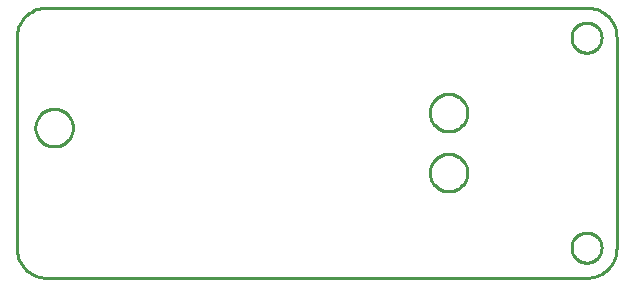
<source format=gbr>
G04 EAGLE Gerber RS-274X export*
G75*
%MOMM*%
%FSLAX34Y34*%
%LPD*%
%IN*%
%IPPOS*%
%AMOC8*
5,1,8,0,0,1.08239X$1,22.5*%
G01*
%ADD10C,0.254000*%


D10*
X0Y25400D02*
X97Y23186D01*
X386Y20989D01*
X865Y18826D01*
X1532Y16713D01*
X2380Y14666D01*
X3403Y12700D01*
X4594Y10831D01*
X5942Y9073D01*
X7440Y7440D01*
X9073Y5942D01*
X10831Y4594D01*
X12700Y3403D01*
X14666Y2380D01*
X16713Y1532D01*
X18826Y865D01*
X20989Y386D01*
X23186Y97D01*
X25400Y0D01*
X482600Y0D01*
X484814Y97D01*
X487011Y386D01*
X489174Y865D01*
X491287Y1532D01*
X493335Y2380D01*
X495300Y3403D01*
X497169Y4594D01*
X498927Y5942D01*
X500561Y7440D01*
X502058Y9073D01*
X503406Y10831D01*
X504597Y12700D01*
X505620Y14666D01*
X506468Y16713D01*
X507135Y18826D01*
X507614Y20989D01*
X507903Y23186D01*
X508000Y25400D01*
X508000Y203200D01*
X507903Y205414D01*
X507614Y207611D01*
X507135Y209774D01*
X506468Y211887D01*
X505620Y213935D01*
X504597Y215900D01*
X503406Y217769D01*
X502058Y219527D01*
X500561Y221161D01*
X498927Y222658D01*
X497169Y224006D01*
X495300Y225197D01*
X493335Y226220D01*
X491287Y227068D01*
X489174Y227735D01*
X487011Y228214D01*
X484814Y228503D01*
X482600Y228600D01*
X25400Y228600D01*
X23186Y228503D01*
X20989Y228214D01*
X18826Y227735D01*
X16713Y227068D01*
X14666Y226220D01*
X12700Y225197D01*
X10831Y224006D01*
X9073Y222658D01*
X7440Y221161D01*
X5942Y219527D01*
X4594Y217769D01*
X3403Y215900D01*
X2380Y213935D01*
X1532Y211887D01*
X865Y209774D01*
X386Y207611D01*
X97Y205414D01*
X0Y203200D01*
X0Y25400D01*
X47625Y126480D02*
X47557Y125443D01*
X47421Y124413D01*
X47219Y123393D01*
X46950Y122389D01*
X46615Y121405D01*
X46218Y120445D01*
X45758Y119513D01*
X45238Y118612D01*
X44661Y117748D01*
X44028Y116924D01*
X43343Y116142D01*
X42608Y115407D01*
X41826Y114722D01*
X41002Y114089D01*
X40138Y113512D01*
X39237Y112992D01*
X38305Y112532D01*
X37345Y112135D01*
X36361Y111800D01*
X35357Y111531D01*
X34337Y111329D01*
X33307Y111193D01*
X32270Y111125D01*
X31230Y111125D01*
X30193Y111193D01*
X29163Y111329D01*
X28143Y111531D01*
X27139Y111800D01*
X26155Y112135D01*
X25195Y112532D01*
X24263Y112992D01*
X23362Y113512D01*
X22498Y114089D01*
X21674Y114722D01*
X20892Y115407D01*
X20157Y116142D01*
X19472Y116924D01*
X18839Y117748D01*
X18262Y118612D01*
X17742Y119513D01*
X17282Y120445D01*
X16885Y121405D01*
X16550Y122389D01*
X16281Y123393D01*
X16079Y124413D01*
X15943Y125443D01*
X15875Y126480D01*
X15875Y127520D01*
X15943Y128557D01*
X16079Y129587D01*
X16281Y130607D01*
X16550Y131611D01*
X16885Y132595D01*
X17282Y133555D01*
X17742Y134487D01*
X18262Y135388D01*
X18839Y136252D01*
X19472Y137076D01*
X20157Y137858D01*
X20892Y138593D01*
X21674Y139278D01*
X22498Y139911D01*
X23362Y140488D01*
X24263Y141008D01*
X25195Y141468D01*
X26155Y141865D01*
X27139Y142200D01*
X28143Y142469D01*
X29163Y142671D01*
X30193Y142807D01*
X31230Y142875D01*
X32270Y142875D01*
X33307Y142807D01*
X34337Y142671D01*
X35357Y142469D01*
X36361Y142200D01*
X37345Y141865D01*
X38305Y141468D01*
X39237Y141008D01*
X40138Y140488D01*
X41002Y139911D01*
X41826Y139278D01*
X42608Y138593D01*
X43343Y137858D01*
X44028Y137076D01*
X44661Y136252D01*
X45238Y135388D01*
X45758Y134487D01*
X46218Y133555D01*
X46615Y132595D01*
X46950Y131611D01*
X47219Y130607D01*
X47421Y129587D01*
X47557Y128557D01*
X47625Y127520D01*
X47625Y126480D01*
X381635Y139180D02*
X381567Y138143D01*
X381431Y137113D01*
X381229Y136093D01*
X380960Y135089D01*
X380625Y134105D01*
X380228Y133145D01*
X379768Y132213D01*
X379248Y131312D01*
X378671Y130448D01*
X378038Y129624D01*
X377353Y128842D01*
X376618Y128107D01*
X375836Y127422D01*
X375012Y126789D01*
X374148Y126212D01*
X373247Y125692D01*
X372315Y125232D01*
X371355Y124835D01*
X370371Y124500D01*
X369367Y124231D01*
X368347Y124029D01*
X367317Y123893D01*
X366280Y123825D01*
X365240Y123825D01*
X364203Y123893D01*
X363173Y124029D01*
X362153Y124231D01*
X361149Y124500D01*
X360165Y124835D01*
X359205Y125232D01*
X358273Y125692D01*
X357372Y126212D01*
X356508Y126789D01*
X355684Y127422D01*
X354902Y128107D01*
X354167Y128842D01*
X353482Y129624D01*
X352849Y130448D01*
X352272Y131312D01*
X351752Y132213D01*
X351292Y133145D01*
X350895Y134105D01*
X350560Y135089D01*
X350291Y136093D01*
X350089Y137113D01*
X349953Y138143D01*
X349885Y139180D01*
X349885Y140220D01*
X349953Y141257D01*
X350089Y142287D01*
X350291Y143307D01*
X350560Y144311D01*
X350895Y145295D01*
X351292Y146255D01*
X351752Y147187D01*
X352272Y148088D01*
X352849Y148952D01*
X353482Y149776D01*
X354167Y150558D01*
X354902Y151293D01*
X355684Y151978D01*
X356508Y152611D01*
X357372Y153188D01*
X358273Y153708D01*
X359205Y154168D01*
X360165Y154565D01*
X361149Y154900D01*
X362153Y155169D01*
X363173Y155371D01*
X364203Y155507D01*
X365240Y155575D01*
X366280Y155575D01*
X367317Y155507D01*
X368347Y155371D01*
X369367Y155169D01*
X370371Y154900D01*
X371355Y154565D01*
X372315Y154168D01*
X373247Y153708D01*
X374148Y153188D01*
X375012Y152611D01*
X375836Y151978D01*
X376618Y151293D01*
X377353Y150558D01*
X378038Y149776D01*
X378671Y148952D01*
X379248Y148088D01*
X379768Y147187D01*
X380228Y146255D01*
X380625Y145295D01*
X380960Y144311D01*
X381229Y143307D01*
X381431Y142287D01*
X381567Y141257D01*
X381635Y140220D01*
X381635Y139180D01*
X381635Y88380D02*
X381567Y87343D01*
X381431Y86313D01*
X381229Y85293D01*
X380960Y84289D01*
X380625Y83305D01*
X380228Y82345D01*
X379768Y81413D01*
X379248Y80512D01*
X378671Y79648D01*
X378038Y78824D01*
X377353Y78042D01*
X376618Y77307D01*
X375836Y76622D01*
X375012Y75989D01*
X374148Y75412D01*
X373247Y74892D01*
X372315Y74432D01*
X371355Y74035D01*
X370371Y73700D01*
X369367Y73431D01*
X368347Y73229D01*
X367317Y73093D01*
X366280Y73025D01*
X365240Y73025D01*
X364203Y73093D01*
X363173Y73229D01*
X362153Y73431D01*
X361149Y73700D01*
X360165Y74035D01*
X359205Y74432D01*
X358273Y74892D01*
X357372Y75412D01*
X356508Y75989D01*
X355684Y76622D01*
X354902Y77307D01*
X354167Y78042D01*
X353482Y78824D01*
X352849Y79648D01*
X352272Y80512D01*
X351752Y81413D01*
X351292Y82345D01*
X350895Y83305D01*
X350560Y84289D01*
X350291Y85293D01*
X350089Y86313D01*
X349953Y87343D01*
X349885Y88380D01*
X349885Y89420D01*
X349953Y90457D01*
X350089Y91487D01*
X350291Y92507D01*
X350560Y93511D01*
X350895Y94495D01*
X351292Y95455D01*
X351752Y96387D01*
X352272Y97288D01*
X352849Y98152D01*
X353482Y98976D01*
X354167Y99758D01*
X354902Y100493D01*
X355684Y101178D01*
X356508Y101811D01*
X357372Y102388D01*
X358273Y102908D01*
X359205Y103368D01*
X360165Y103765D01*
X361149Y104100D01*
X362153Y104369D01*
X363173Y104571D01*
X364203Y104707D01*
X365240Y104775D01*
X366280Y104775D01*
X367317Y104707D01*
X368347Y104571D01*
X369367Y104369D01*
X370371Y104100D01*
X371355Y103765D01*
X372315Y103368D01*
X373247Y102908D01*
X374148Y102388D01*
X375012Y101811D01*
X375836Y101178D01*
X376618Y100493D01*
X377353Y99758D01*
X378038Y98976D01*
X378671Y98152D01*
X379248Y97288D01*
X379768Y96387D01*
X380228Y95455D01*
X380625Y94495D01*
X380960Y93511D01*
X381229Y92507D01*
X381431Y91487D01*
X381567Y90457D01*
X381635Y89420D01*
X381635Y88380D01*
X495300Y202701D02*
X495222Y201706D01*
X495066Y200720D01*
X494833Y199750D01*
X494524Y198801D01*
X494142Y197879D01*
X493689Y196990D01*
X493168Y196139D01*
X492581Y195331D01*
X491933Y194573D01*
X491227Y193867D01*
X490469Y193219D01*
X489661Y192632D01*
X488810Y192111D01*
X487921Y191658D01*
X486999Y191276D01*
X486050Y190967D01*
X485080Y190734D01*
X484094Y190578D01*
X483099Y190500D01*
X482101Y190500D01*
X481106Y190578D01*
X480120Y190734D01*
X479150Y190967D01*
X478201Y191276D01*
X477279Y191658D01*
X476390Y192111D01*
X475539Y192632D01*
X474731Y193219D01*
X473973Y193867D01*
X473267Y194573D01*
X472619Y195331D01*
X472032Y196139D01*
X471511Y196990D01*
X471058Y197879D01*
X470676Y198801D01*
X470367Y199750D01*
X470134Y200720D01*
X469978Y201706D01*
X469900Y202701D01*
X469900Y203699D01*
X469978Y204694D01*
X470134Y205680D01*
X470367Y206650D01*
X470676Y207599D01*
X471058Y208521D01*
X471511Y209410D01*
X472032Y210261D01*
X472619Y211069D01*
X473267Y211827D01*
X473973Y212533D01*
X474731Y213181D01*
X475539Y213768D01*
X476390Y214289D01*
X477279Y214742D01*
X478201Y215124D01*
X479150Y215433D01*
X480120Y215666D01*
X481106Y215822D01*
X482101Y215900D01*
X483099Y215900D01*
X484094Y215822D01*
X485080Y215666D01*
X486050Y215433D01*
X486999Y215124D01*
X487921Y214742D01*
X488810Y214289D01*
X489661Y213768D01*
X490469Y213181D01*
X491227Y212533D01*
X491933Y211827D01*
X492581Y211069D01*
X493168Y210261D01*
X493689Y209410D01*
X494142Y208521D01*
X494524Y207599D01*
X494833Y206650D01*
X495066Y205680D01*
X495222Y204694D01*
X495300Y203699D01*
X495300Y202701D01*
X495300Y24901D02*
X495222Y23906D01*
X495066Y22920D01*
X494833Y21950D01*
X494524Y21001D01*
X494142Y20079D01*
X493689Y19190D01*
X493168Y18339D01*
X492581Y17531D01*
X491933Y16773D01*
X491227Y16067D01*
X490469Y15419D01*
X489661Y14832D01*
X488810Y14311D01*
X487921Y13858D01*
X486999Y13476D01*
X486050Y13167D01*
X485080Y12934D01*
X484094Y12778D01*
X483099Y12700D01*
X482101Y12700D01*
X481106Y12778D01*
X480120Y12934D01*
X479150Y13167D01*
X478201Y13476D01*
X477279Y13858D01*
X476390Y14311D01*
X475539Y14832D01*
X474731Y15419D01*
X473973Y16067D01*
X473267Y16773D01*
X472619Y17531D01*
X472032Y18339D01*
X471511Y19190D01*
X471058Y20079D01*
X470676Y21001D01*
X470367Y21950D01*
X470134Y22920D01*
X469978Y23906D01*
X469900Y24901D01*
X469900Y25899D01*
X469978Y26894D01*
X470134Y27880D01*
X470367Y28850D01*
X470676Y29799D01*
X471058Y30721D01*
X471511Y31610D01*
X472032Y32461D01*
X472619Y33269D01*
X473267Y34027D01*
X473973Y34733D01*
X474731Y35381D01*
X475539Y35968D01*
X476390Y36489D01*
X477279Y36942D01*
X478201Y37324D01*
X479150Y37633D01*
X480120Y37866D01*
X481106Y38022D01*
X482101Y38100D01*
X483099Y38100D01*
X484094Y38022D01*
X485080Y37866D01*
X486050Y37633D01*
X486999Y37324D01*
X487921Y36942D01*
X488810Y36489D01*
X489661Y35968D01*
X490469Y35381D01*
X491227Y34733D01*
X491933Y34027D01*
X492581Y33269D01*
X493168Y32461D01*
X493689Y31610D01*
X494142Y30721D01*
X494524Y29799D01*
X494833Y28850D01*
X495066Y27880D01*
X495222Y26894D01*
X495300Y25899D01*
X495300Y24901D01*
M02*

</source>
